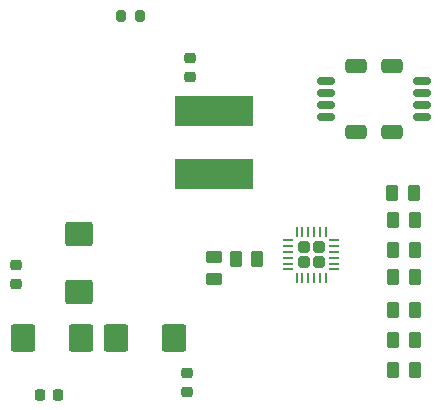
<source format=gbr>
%TF.GenerationSoftware,KiCad,Pcbnew,(6.0.1)*%
%TF.CreationDate,2022-03-12T23:59:43-07:00*%
%TF.ProjectId,PowerBackup,506f7765-7242-4616-936b-75702e6b6963,rev?*%
%TF.SameCoordinates,Original*%
%TF.FileFunction,Paste,Bot*%
%TF.FilePolarity,Positive*%
%FSLAX46Y46*%
G04 Gerber Fmt 4.6, Leading zero omitted, Abs format (unit mm)*
G04 Created by KiCad (PCBNEW (6.0.1)) date 2022-03-12 23:59:43*
%MOMM*%
%LPD*%
G01*
G04 APERTURE LIST*
G04 Aperture macros list*
%AMRoundRect*
0 Rectangle with rounded corners*
0 $1 Rounding radius*
0 $2 $3 $4 $5 $6 $7 $8 $9 X,Y pos of 4 corners*
0 Add a 4 corners polygon primitive as box body*
4,1,4,$2,$3,$4,$5,$6,$7,$8,$9,$2,$3,0*
0 Add four circle primitives for the rounded corners*
1,1,$1+$1,$2,$3*
1,1,$1+$1,$4,$5*
1,1,$1+$1,$6,$7*
1,1,$1+$1,$8,$9*
0 Add four rect primitives between the rounded corners*
20,1,$1+$1,$2,$3,$4,$5,0*
20,1,$1+$1,$4,$5,$6,$7,0*
20,1,$1+$1,$6,$7,$8,$9,0*
20,1,$1+$1,$8,$9,$2,$3,0*%
G04 Aperture macros list end*
%ADD10RoundRect,0.200000X0.200000X0.275000X-0.200000X0.275000X-0.200000X-0.275000X0.200000X-0.275000X0*%
%ADD11RoundRect,0.250000X0.925000X-0.787500X0.925000X0.787500X-0.925000X0.787500X-0.925000X-0.787500X0*%
%ADD12RoundRect,0.225000X0.225000X0.250000X-0.225000X0.250000X-0.225000X-0.250000X0.225000X-0.250000X0*%
%ADD13RoundRect,0.250000X0.262500X0.450000X-0.262500X0.450000X-0.262500X-0.450000X0.262500X-0.450000X0*%
%ADD14RoundRect,0.250000X0.787500X0.925000X-0.787500X0.925000X-0.787500X-0.925000X0.787500X-0.925000X0*%
%ADD15RoundRect,0.225000X-0.250000X0.225000X-0.250000X-0.225000X0.250000X-0.225000X0.250000X0.225000X0*%
%ADD16RoundRect,0.225000X0.250000X-0.225000X0.250000X0.225000X-0.250000X0.225000X-0.250000X-0.225000X0*%
%ADD17RoundRect,0.250000X0.255000X0.255000X-0.255000X0.255000X-0.255000X-0.255000X0.255000X-0.255000X0*%
%ADD18RoundRect,0.062500X0.375000X0.062500X-0.375000X0.062500X-0.375000X-0.062500X0.375000X-0.062500X0*%
%ADD19RoundRect,0.062500X0.062500X0.375000X-0.062500X0.375000X-0.062500X-0.375000X0.062500X-0.375000X0*%
%ADD20RoundRect,0.150000X-0.625000X0.150000X-0.625000X-0.150000X0.625000X-0.150000X0.625000X0.150000X0*%
%ADD21RoundRect,0.250000X-0.650000X0.350000X-0.650000X-0.350000X0.650000X-0.350000X0.650000X0.350000X0*%
%ADD22RoundRect,0.250000X-0.450000X0.262500X-0.450000X-0.262500X0.450000X-0.262500X0.450000X0.262500X0*%
%ADD23RoundRect,0.150000X0.625000X-0.150000X0.625000X0.150000X-0.625000X0.150000X-0.625000X-0.150000X0*%
%ADD24RoundRect,0.250000X0.650000X-0.350000X0.650000X0.350000X-0.650000X0.350000X-0.650000X-0.350000X0*%
%ADD25R,6.700000X2.500000*%
G04 APERTURE END LIST*
D10*
%TO.C,R25*%
X120375000Y-85000000D03*
X122025000Y-85000000D03*
%TD*%
D11*
%TO.C,C22*%
X116840000Y-108380500D03*
X116840000Y-103455500D03*
%TD*%
D12*
%TO.C,C20*%
X115075000Y-117094000D03*
X113525000Y-117094000D03*
%TD*%
D13*
%TO.C,R1*%
X145162500Y-100000000D03*
X143337500Y-100000000D03*
%TD*%
%TO.C,R7*%
X145266000Y-112446000D03*
X143441000Y-112446000D03*
%TD*%
D14*
%TO.C,C23*%
X117016500Y-112268000D03*
X112091500Y-112268000D03*
%TD*%
D15*
%TO.C,C21*%
X125984000Y-115303000D03*
X125984000Y-116853000D03*
%TD*%
D14*
%TO.C,C24*%
X124890500Y-112268000D03*
X119965500Y-112268000D03*
%TD*%
D13*
%TO.C,R4*%
X145266000Y-114986000D03*
X143441000Y-114986000D03*
%TD*%
D16*
%TO.C,C19*%
X111506000Y-107709000D03*
X111506000Y-106159000D03*
%TD*%
D15*
%TO.C,C13*%
X126238000Y-88633000D03*
X126238000Y-90183000D03*
%TD*%
D13*
%TO.C,R5*%
X145266000Y-107112000D03*
X143441000Y-107112000D03*
%TD*%
D17*
%TO.C,U1*%
X137125000Y-104625000D03*
X135875000Y-104625000D03*
X137125000Y-105875000D03*
X135875000Y-105875000D03*
D18*
X138437500Y-104000000D03*
X138437500Y-104500000D03*
X138437500Y-105000000D03*
X138437500Y-105500000D03*
X138437500Y-106000000D03*
X138437500Y-106500000D03*
D19*
X137750000Y-107187500D03*
X137250000Y-107187500D03*
X136750000Y-107187500D03*
X136250000Y-107187500D03*
X135750000Y-107187500D03*
X135250000Y-107187500D03*
D18*
X134562500Y-106500000D03*
X134562500Y-106000000D03*
X134562500Y-105500000D03*
X134562500Y-105000000D03*
X134562500Y-104500000D03*
X134562500Y-104000000D03*
D19*
X135250000Y-103312500D03*
X135750000Y-103312500D03*
X136250000Y-103312500D03*
X136750000Y-103312500D03*
X137250000Y-103312500D03*
X137750000Y-103312500D03*
%TD*%
D13*
%TO.C,R6*%
X145266000Y-102286000D03*
X143441000Y-102286000D03*
%TD*%
D20*
%TO.C,J5*%
X145875000Y-90575000D03*
X145875000Y-91575000D03*
X145875000Y-92575000D03*
X145875000Y-93575000D03*
D21*
X143350000Y-94875000D03*
X143350000Y-89275000D03*
%TD*%
D13*
%TO.C,R24*%
X131912500Y-105600000D03*
X130087500Y-105600000D03*
%TD*%
%TO.C,R2*%
X145266000Y-104826000D03*
X143441000Y-104826000D03*
%TD*%
D22*
%TO.C,R14*%
X128250000Y-105437500D03*
X128250000Y-107262500D03*
%TD*%
D23*
%TO.C,J3*%
X137725000Y-93575000D03*
X137725000Y-92575000D03*
X137725000Y-91575000D03*
X137725000Y-90575000D03*
D24*
X140250000Y-94875000D03*
X140250000Y-89275000D03*
%TD*%
D13*
%TO.C,R3*%
X145266000Y-109906000D03*
X143441000Y-109906000D03*
%TD*%
D25*
%TO.C,L1*%
X128270000Y-98408000D03*
X128270000Y-93108000D03*
%TD*%
M02*

</source>
